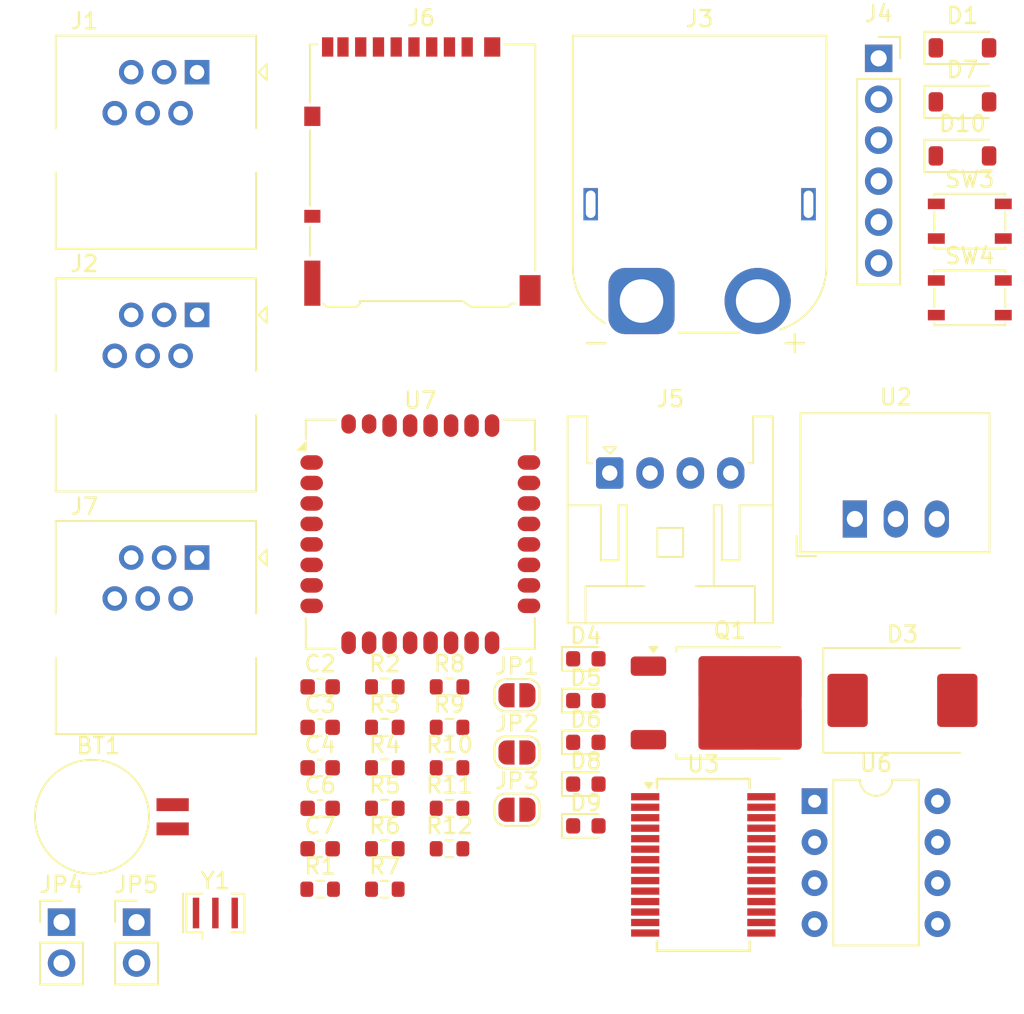
<source format=kicad_pcb>
(kicad_pcb (version 20240108) (generator "pcbnew") (generator_version "8.0")
  (layers (0 "F.Cu" signal) (31 "B.Cu" signal) (34 "B.Paste" user) (35 "F.Paste" user) (36 "B.SilkS" user "B.Silkscreen") (37 "F.SilkS" user "F.Silkscreen") (38 "B.Mask" user) (39 "F.Mask" user) (44 "Edge.Cuts" user))
  (net 0 "")
  (net 1 "Net-(BT1-+)")
  (net 2 "GND")
  (net 3 "+3V3")
  (net 4 "+5V")
  (net 5 "VSENS")
  (net 6 "+BATT")
  (net 7 "Net-(D3-A)")
  (net 8 "Net-(D3-K)")
  (net 9 "SCK")
  (net 10 "Net-(D4-K)")
  (net 11 "ERR")
  (net 12 "Net-(D5-K)")
  (net 13 "Net-(D6-K)")
  (net 14 "BAT")
  (net 15 "Net-(D7-K)")
  (net 16 "Net-(D8-K)")
  (net 17 "LED_IM920")
  (net 18 "Net-(D9-K)")
  (net 19 "CAN_L")
  (net 22 "CAN_H")
  (net 25 "PRG_TWE")
  (net 26 "TXD_TWE")
  (net 27 "RST_TWE")
  (net 28 "RXD_TWE")
  (net 29 "TX1")
  (net 30 "RX1")
  (net 33 "CS1")
  (net 35 "MISO")
  (net 38 "DET")
  (net 40 "MOSI")
  (net 43 "Net-(JP1-B)")
  (net 44 "Net-(JP2-B)")
  (net 45 "Net-(JP3-B)")
  (net 46 "TX0")
  (net 47 "RX0")
  (net 48 "Net-(Q1-G)")
  (net 49 "Net-(U3-~{RESET})")
  (net 50 "Net-(U4-RUN)")
  (net 51 "Net-(U8-REG)")
  (net 53 "Net-(U3-OSC1)")
  (net 54 "Net-(U3-RXD)")
  (net 58 "Net-(U3-TXD)")
  (net 59 "Net-(U3-OSC2)")
  (net 60 "INT")
  (net 61 "CS")
  (net 69 "SCL")
  (net 71 "SDA")
  (footprint "LED_SMD:LED_0603_1608Metric" (layer "F.Cu") (at 61.48 81.63)
    (property "Reference" "D8" (at 0 -1.43 0) (layer "F.SilkS"))
    (property "Value" "SPI")
    (pad "1" smd roundrect (at -0.7875 0) (size 0.875 0.95) (layers "F.Cu" "F.Paste" "F.Mask") (net 16 "Net-(D8-K)"))
    (pad "2" smd roundrect (at 0.7875 0) (size 0.875 0.95) (layers "F.Cu" "F.Paste" "F.Mask") (net 9 "SCK"))
  )
  (footprint "Jumper:SolderJumper-2_P1.3mm_Open_RoundedPad1.0x1.5mm" (layer "F.Cu") (at 57.21 79.67)
    (property "Reference" "JP2" (at 0 -1.8 0) (layer "F.SilkS"))
    (property "Value" "M1")
    (pad "1" smd custom (at -0.65 0) (size 1 0.5) (layers "F.Cu" "F.Mask") (net 2 "GND") (options (clearance outline) (anchor rect)) (primitives (gr_circle (center 0 0.25) (end 0.5 0.25) (width 0) (fill yes)) (gr_circle (center 0 -0.25) (end 0.5 -0.25) (width 0) (fill yes)) (gr_poly (pts (xy 0.5 0.75) (xy 0 0.75) (xy 0 -0.75) (xy 0.5 -0.75)) (width 0) (fill yes))))
    (pad "2" smd custom (at 0.65 0) (size 1 0.5) (layers "F.Cu" "F.Mask") (net 44 "Net-(JP2-B)") (options (clearance outline) (anchor rect)) (primitives (gr_circle (center 0 0.25) (end 0.5 0.25) (width 0) (fill yes)) (gr_circle (center 0 -0.25) (end 0.5 -0.25) (width 0) (fill yes)) (gr_poly (pts (xy 0 0.75) (xy -0.5 0.75) (xy -0.5 -0.75) (xy 0 -0.75)) (width 0) (fill yes))))
  )
  (footprint "LED_SMD:LED_0603_1608Metric" (layer "F.Cu") (at 61.48 79.04)
    (property "Reference" "D6" (at 0 -1.43 0) (layer "F.SilkS"))
    (property "Value" "BATT")
    (pad "1" smd roundrect (at -0.7875 0) (size 0.875 0.95) (layers "F.Cu" "F.Paste" "F.Mask") (net 13 "Net-(D6-K)"))
    (pad "2" smd roundrect (at 0.7875 0) (size 0.875 0.95) (layers "F.Cu" "F.Paste" "F.Mask") (net 14 "BAT"))
  )
  (footprint "Resistor_SMD:R_0603_1608Metric" (layer "F.Cu") (at 53.03 75.6)
    (property "Reference" "R8" (at 0 -1.43 0) (layer "F.SilkS"))
    (property "Value" "10k")
    (pad "1" smd roundrect (at -0.825 0) (size 0.8 0.95) (layers "F.Cu" "F.Paste" "F.Mask") (net 48 "Net-(Q1-G)"))
    (pad "2" smd roundrect (at 0.825 0) (size 0.8 0.95) (layers "F.Cu" "F.Paste" "F.Mask") (net 2 "GND"))
  )
  (footprint "Resistor_SMD:R_0603_1608Metric" (layer "F.Cu") (at 49.02 78.11)
    (property "Reference" "R3" (at 0 -1.43 0) (layer "F.SilkS"))
    (property "Value" "10k")
    (pad "1" smd roundrect (at -0.825 0) (size 0.8 0.95) (layers "F.Cu" "F.Paste" "F.Mask") (net 49 "Net-(U3-~{RESET})"))
    (pad "2" smd roundrect (at 0.825 0) (size 0.8 0.95) (layers "F.Cu" "F.Paste" "F.Mask") (net 3 "+3V3"))
  )
  (footprint "LED_SMD:LED_0603_1608Metric" (layer "F.Cu") (at 61.48 84.22)
    (property "Reference" "D9" (at 0 -1.43 0) (layer "F.SilkS"))
    (property "Value" "IM920")
    (pad "1" smd roundrect (at -0.7875 0) (size 0.875 0.95) (layers "F.Cu" "F.Paste" "F.Mask") (net 18 "Net-(D9-K)"))
    (pad "2" smd roundrect (at 0.7875 0) (size 0.875 0.95) (layers "F.Cu" "F.Paste" "F.Mask") (net 17 "LED_IM920"))
  )
  (footprint "Resistor_SMD:R_0603_1608Metric" (layer "F.Cu") (at 53.03 85.64)
    (property "Reference" "R12" (at 0 -1.43 0) (layer "F.SilkS"))
    (property "Value" "1k")
    (pad "1" smd roundrect (at -0.825 0) (size 0.8 0.95) (layers "F.Cu" "F.Paste" "F.Mask") (net 18 "Net-(D9-K)"))
    (pad "2" smd roundrect (at 0.825 0) (size 0.8 0.95) (layers "F.Cu" "F.Paste" "F.Mask") (net 2 "GND"))
  )
  (footprint "Capacitor_SMD:C_0603_1608Metric" (layer "F.Cu") (at 45.01 78.11)
    (property "Reference" "C3" (at 0 -1.43 0) (layer "F.SilkS"))
    (property "Value" "0.1u")
    (pad "1" smd roundrect (at -0.775 0) (size 0.9 0.95) (layers "F.Cu" "F.Paste" "F.Mask") (net 3 "+3V3"))
    (pad "2" smd roundrect (at 0.775 0) (size 0.9 0.95) (layers "F.Cu" "F.Paste" "F.Mask") (net 2 "GND"))
  )
  (footprint "Diode_SMD:D_SOD-123" (layer "F.Cu") (at 84.825 35.97)
    (property "Reference" "D1" (at 0 -2 0) (layer "F.SilkS"))
    (property "Value" "RB160M")
    (pad "1" smd roundrect (at -1.65 0) (size 0.9 1.2) (layers "F.Cu" "F.Paste" "F.Mask") (net 6 "+BATT"))
    (pad "2" smd roundrect (at 1.65 0) (size 0.9 1.2) (layers "F.Cu" "F.Paste" "F.Mask") (net 4 "+5V"))
  )
  (footprint "Connector_PinSocket_2.54mm:PinSocket_1x06_P2.54mm_Vertical" (layer "F.Cu") (at 79.63 36.62)
    (property "Reference" "J4" (at 0 -2.77 0) (layer "F.SilkS"))
    (property "Value" "PRG_TWE")
    (pad "1" thru_hole rect (at 0 0) (size 1.7 1.7) (drill 1) (layers "*.Cu" "*.Mask") (net 2 "GND"))
    (pad "2" thru_hole oval (at 0 2.54) (size 1.7 1.7) (drill 1) (layers "*.Cu" "*.Mask") (net 26 "TXD_TWE"))
    (pad "3" thru_hole oval (at 0 5.08) (size 1.7 1.7) (drill 1) (layers "*.Cu" "*.Mask") (net 25 "PRG_TWE"))
    (pad "4" thru_hole oval (at 0 7.62) (size 1.7 1.7) (drill 1) (layers "*.Cu" "*.Mask") (net 28 "RXD_TWE"))
    (pad "5" thru_hole oval (at 0 10.16) (size 1.7 1.7) (drill 1) (layers "*.Cu" "*.Mask") (net 27 "RST_TWE"))
    (pad "6" thru_hole oval (at 0 12.7) (size 1.7 1.7) (drill 1) (layers "*.Cu" "*.Mask") (net 3 "+3V3"))
  )
  (footprint "Resistor_SMD:R_0603_1608Metric" (layer "F.Cu") (at 49.02 88.15)
    (property "Reference" "R7" (at 0 -1.43 0) (layer "F.SilkS"))
    (property "Value" "1k")
    (pad "1" smd roundrect (at -0.825 0) (size 0.8 0.95) (layers "F.Cu" "F.Paste" "F.Mask") (net 13 "Net-(D6-K)"))
    (pad "2" smd roundrect (at 0.825 0) (size 0.8 0.95) (layers "F.Cu" "F.Paste" "F.Mask") (net 2 "GND"))
  )
  (footprint "Resistor_SMD:R_0603_1608Metric" (layer "F.Cu") (at 53.03 80.62)
    (property "Reference" "R10" (at 0 -1.43 0) (layer "F.SilkS"))
    (property "Value" "1k")
    (pad "1" smd roundrect (at -0.825 0) (size 0.8 0.95) (layers "F.Cu" "F.Paste" "F.Mask") (net 15 "Net-(D7-K)"))
    (pad "2" smd roundrect (at 0.825 0) (size 0.8 0.95) (layers "F.Cu" "F.Paste" "F.Mask") (net 1 "Net-(BT1-+)"))
  )
  (footprint "Jumper:SolderJumper-2_P1.3mm_Open_RoundedPad1.0x1.5mm" (layer "F.Cu") (at 57.21 83.22)
    (property "Reference" "JP3" (at 0 -1.8 0) (layer "F.SilkS"))
    (property "Value" "BPS")
    (pad "1" smd custom (at -0.65 0) (size 1 0.5) (layers "F.Cu" "F.Mask") (net 2 "GND") (options (clearance outline) (anchor rect)) (primitives (gr_circle (center 0 0.25) (end 0.5 0.25) (width 0) (fill yes)) (gr_circle (center 0 -0.25) (end 0.5 -0.25) (width 0) (fill yes)) (gr_poly (pts (xy 0.5 0.75) (xy 0 0.75) (xy 0 -0.75) (xy 0.5 -0.75)) (width 0) (fill yes))))
    (pad "2" smd custom (at 0.65 0) (size 1 0.5) (layers "F.Cu" "F.Mask") (net 45 "Net-(JP3-B)") (options (clearance outline) (anchor rect)) (primitives (gr_circle (center 0 0.25) (end 0.5 0.25) (width 0) (fill yes)) (gr_circle (center 0 -0.25) (end 0.5 -0.25) (width 0) (fill yes)) (gr_poly (pts (xy 0 0.75) (xy -0.5 0.75) (xy -0.5 -0.75) (xy 0 -0.75)) (width 0) (fill yes))))
  )
  (footprint "Diode_SMD:D_SOD-123" (layer "F.Cu") (at 84.825 39.32)
    (property "Reference" "D7" (at 0 -2 0) (layer "F.SilkS"))
    (property "Value" "RB160M")
    (pad "1" smd roundrect (at -1.65 0) (size 0.9 1.2) (layers "F.Cu" "F.Paste" "F.Mask") (net 15 "Net-(D7-K)"))
    (pad "2" smd roundrect (at 1.65 0) (size 0.9 1.2) (layers "F.Cu" "F.Paste" "F.Mask") (net 3 "+3V3"))
  )
  (footprint "Resistor_SMD:R_0603_1608Metric" (layer "F.Cu") (at 49.02 75.6)
    (property "Reference" "R2" (at 0 -1.43 0) (layer "F.SilkS"))
    (property "Value" "1k")
    (pad "1" smd roundrect (at -0.825 0) (size 0.8 0.95) (layers "F.Cu" "F.Paste" "F.Mask") (net 5 "VSENS"))
    (pad "2" smd roundrect (at 0.825 0) (size 0.8 0.95) (layers "F.Cu" "F.Paste" "F.Mask") (net 2 "GND"))
  )
  (footprint "Capacitor_SMD:C_0603_1608Metric" (layer "F.Cu") (at 45.01 80.62)
    (property "Reference" "C4" (at 0 -1.43 0) (layer "F.SilkS"))
    (property "Value" "0.1u")
    (pad "1" smd roundrect (at -0.775 0) (size 0.9 0.95) (layers "F.Cu" "F.Paste" "F.Mask") (net 4 "+5V"))
    (pad "2" smd roundrect (at 0.775 0) (size 0.9 0.95) (layers "F.Cu" "F.Paste" "F.Mask") (net 2 "GND"))
  )
  (footprint "LED_SMD:LED_0603_1608Metric" (layer "F.Cu") (at 61.48 73.86)
    (property "Reference" "D4" (at 0 -1.43 0) (layer "F.SilkS"))
    (property "Value" "SCK")
    (pad "1" smd roundrect (at -0.7875 0) (size 0.875 0.95) (layers "F.Cu" "F.Paste" "F.Mask") (net 10 "Net-(D4-K)"))
    (pad "2" smd roundrect (at 0.7875 0) (size 0.875 0.95) (layers "F.Cu" "F.Paste" "F.Mask") (net 9 "SCK"))
  )
  (footprint "Connector_JST:JST_XA_S04B-XASK-1_1x04_P2.50mm_Horizontal" (layer "F.Cu") (at 62.96 62.34)
    (property "Reference" "J5" (at 3.75 -4.6 0) (layer "F.SilkS"))
    (property "Value" "GPS_DFROBOT_TEL-0157")
    (pad "" np_thru_hole oval (at 3.75 6.5) (size 2.8 2) (drill oval 2.8 2) (layers "*.Cu" "*.Mask"))
    (pad "1" thru_hole roundrect (at 0 0) (size 1.7 1.95) (drill 0.95) (layers "*.Cu" "*.Mask") (roundrect_rratio 0.147059) (net 4 "+5V"))
    (pad "2" thru_hole oval (at 2.5 0) (size 1.7 1.95) (drill 0.95) (layers "*.Cu" "*.Mask") (net 2 "GND"))
    (pad "3" thru_hole oval (at 5 0) (size 1.7 1.95) (drill 0.95) (layers "*.Cu" "*.Mask") (net 29 "TX1"))
    (pad "4" thru_hole oval (at 7.5 0) (size 1.7 1.95) (drill 0.95) (layers "*.Cu" "*.Mask") (net 30 "RX1"))
  )
  (footprint "Connector_Card:microSD_HC_Hirose_DM3AT-SF-PEJM5" (layer "F.Cu") (at 51.35 43.64)
    (property "Reference" "J6" (at -0.075 -9.525 0) (layer "F.SilkS"))
    (property "Value" "Micro_SD_Card_Det_Hirose_DM3AT")
    (pad "1" smd rect (at 2.775 -7.725) (size 0.7 1.2) (layers "F.Cu" "F.Paste" "F.Mask"))
    (pad "2" smd rect (at 1.675 -7.725) (size 0.7 1.2) (layers "F.Cu" "F.Paste" "F.Mask") (net 33 "CS1"))
    (pad "3" smd rect (at 0.575 -7.725) (size 0.7 1.2) (layers "F.Cu" "F.Paste" "F.Mask") (net 40 "MOSI"))
    (pad "4" smd rect (at -0.525 -7.725) (size 0.7 1.2) (layers "F.Cu" "F.Paste" "F.Mask") (net 3 "+3V3"))
    (pad "5" smd rect (at -1.625 -7.725) (size 0.7 1.2) (layers "F.Cu" "F.Paste" "F.Mask") (net 9 "SCK"))
    (pad "6" smd rect (at -2.725 -7.725) (size 0.7 1.2) (layers "F.Cu" "F.Paste" "F.Mask") (net 2 "GND"))
    (pad "7" smd rect (at -3.825 -7.725) (size 0.7 1.2) (layers "F.Cu" "F.Paste" "F.Mask") (net 35 "MISO"))
    (pad "8" smd rect (at -4.925 -7.725) (size 0.7 1.2) (layers "F.Cu" "F.Paste" "F.Mask"))
    (pad "9" smd rect (at -5.875 -7.725) (size 0.7 1.2) (layers "F.Cu" "F.Paste" "F.Mask") (net 38 "DET"))
    (pad "10" smd rect (at -6.825 2.775) (size 1 0.8) (layers "F.Cu" "F.Paste" "F.Mask") (net 2 "GND"))
    (pad "11" smd rect (at -6.825 -3.425) (size 1 1.2) (layers "F.Cu" "F.Paste" "F.Mask"))
    (pad "11" smd rect (at -6.825 6.925) (size 1 2.8) (layers "F.Cu" "F.Paste" "F.Mask"))
    (pad "11" smd rect (at 4.325 -7.725) (size 1 1.2) (layers "F.Cu" "F.Paste" "F.Mask"))
    (pad "11" smd rect (at 6.675 7.375) (size 1.3 1.9) (layers "F.Cu" "F.Paste" "F.Mask"))
  )
  (footprint "Diode_SMD:D_SOD-123" (layer "F.Cu") (at 84.825 42.67)
    (property "Reference" "D10" (at 0 -2 0) (layer "F.SilkS"))
    (property "Value" "RB160M")
    (pad "1" smd roundrect (at -1.65 0) (size 0.9 1.2) (layers "F.Cu" "F.Paste" "F.Mask") (net 3 "+3V3"))
    (pad "2" smd roundrect (at 1.65 0) (size 0.9 1.2) (layers "F.Cu" "F.Paste" "F.Mask") (net 5 "VSENS"))
  )
  (footprint "Connector_PinHeader_2.54mm:PinHeader_1x02_P2.54mm_Vertical" (layer "F.Cu") (at 28.98 90.19)
    (property "Reference" "JP4" (at 0 -2.33 0) (layer "F.SilkS"))
    (property "Value" "TX")
    (pad "1" thru_hole rect (at 0 0) (size 1.7 1.7) (drill 1) (layers "*.Cu" "*.Mask") (net 46 "TX0"))
    (pad "2" thru_hole oval (at 0 2.54) (size 1.7 1.7) (drill 1) (layers "*.Cu" "*.Mask") (net 28 "RXD_TWE"))
  )
  (footprint "RF_Module:MonoWireless_TWE-L-WX" (layer "F.Cu") (at 51.22 66.13)
    (property "Reference" "U7" (at 0 -8.3 0) (layer "F.SilkS"))
    (property "Value" "TWE-L-WX")
    (pad "" np_thru_hole oval (at -3.7 -3.9 315) (size 4.3 3.1) (drill oval 4.3 3.1) (layers "*.Cu" "*.Mask"))
    (pad "1" smd oval (at -6.735 -4.445 90) (size 0.9 1.4) (layers "F.Cu" "F.Paste" "F.Mask"))
    (pad "2" smd oval (at -6.735 -3.175 90) (size 0.9 1.4) (layers "F.Cu" "F.Paste" "F.Mask") (net 25 "PRG_TWE"))
    (pad "3" smd oval (at -6.735 -1.905 90) (size 0.9 1.4) (layers "F.Cu" "F.Paste" "F.Mask"))
    (pad "4" smd oval (at -6.735 -0.635 90) (size 0.9 1.4) (layers "F.Cu" "F.Paste" "F.Mask"))
    (pad "5" smd oval (at -6.735 0.635 90) (size 0.9 1.4) (layers "F.Cu" "F.Paste" "F.Mask") (net 3 "+3V3"))
    (pad "6" smd oval (at -6.735 1.905 90) (size 0.9 1.4) (layers "F.Cu" "F.Paste" "F.Mask"))
    (pad "7" smd oval (at -6.735 3.175 90) (size 0.9 1.4) (layers "F.Cu" "F.Paste" "F.Mask"))
    (pad "8" smd oval (at -6.735 4.445 90) (size 0.9 1.4) (layers "F.Cu" "F.Paste" "F.Mask") (net 26 "TXD_TWE"))
    (pad "9" smd oval (at -4.445 6.735) (size 0.9 1.4) (layers "F.Cu" "F.Paste" "F.Mask") (net 28 "RXD_TWE"))
    (pad "10" smd oval (at -3.175 6.735) (size 0.9 1.4) (layers "F.Cu" "F.Paste" "F.Mask"))
    (pad "11" smd oval (at -1.905 6.735) (size 0.9 1.4) (layers "F.Cu" "F.Paste" "F.Mask"))
    (pad "12" smd oval (at -0.635 6.735) (size 0.9 1.4) (layers "F.Cu" "F.Paste" "F.Mask") (net 44 "Net-(JP2-B)"))
    (pad "13" smd oval (at 0.635 6.735) (size 0.9 1.4) (layers "F.Cu" "F.Paste" "F.Mask"))
    (pad "14" smd oval (at 1.905 6.735) (size 0.9 1.4) (layers "F.Cu" "F.Paste" "F.Mask"))
    (pad "15" smd oval (at 3.175 6.735) (size 0.9 1.4) (layers "F.Cu" "F.Paste" "F.Mask"))
    (pad "16" smd oval (at 4.445 6.735) (size 0.9 1.4) (layers "F.Cu" "F.Paste" "F.Mask"))
    (pad "17" smd oval (at 6.735 4.445 90) (size 0.9 1.4) (layers "F.Cu" "F.Paste" "F.Mask"))
    (pad "18" smd oval (at 6.735 3.175 90) (size 0.9 1.4) (layers "F.Cu" "F.Paste" "F.Mask"))
    (pad "19" smd oval (at 6.735 1.905 90) (size 0.9 1.4) (layers "F.Cu" "F.Paste" "F.Mask") (net 45 "Net-(JP3-B)"))
    (pad "20" smd oval (at 6.735 0.635 90) (size 0.9 1.4) (layers "F.Cu" "F.Paste" "F.Mask") (net 2 "GND"))
    (pad "21" smd oval (at 6.735 -0.635 90) (size 0.9 1.4) (layers "F.Cu" "F.Paste" "F.Mask") (net 27 "RST_TWE"))
    (pad "22" smd oval (at 6.735 -1.905 90) (size 0.9 1.4) (layers "F.Cu" "F.Paste" "F.Mask") (net 3 "+3V3"))
    (pad "23" smd oval (at 6.735 -3.175 90) (size 0.9 1.4) (layers "F.Cu" "F.Paste" "F.Mask") (net 3 "+3V3"))
    (pad "24" smd oval (at 6.735 -4.445 90) (size 0.9 1.4) (layers "F.Cu" "F.Paste" "F.Mask") (net 3 "+3V3"))
    (pad "25" smd oval (at 4.445 -6.735) (size 0.9 1.4) (layers "F.Cu" "F.Paste" "F.Mask") (net 3 "+3V3"))
    (pad "26" smd oval (at 3.175 -6.735) (size 0.9 1.4) (layers "F.Cu" "F.Paste" "F.Mask"))
    (pad "27" smd oval (at 1.905 -6.735) (size 0.9 1.4) (layers "F.Cu" "F.Paste" "F.Mask"))
    (pad "28" smd oval (at 0.635 -6.735) (size 0.9 1.4) (layers "F.Cu" "F.Paste" "F.Mask") (net 2 "GND"))
    (pad "29" smd oval (at -0.635 -6.735) (size 0.9 1.4) (layers "F.Cu" "F.Paste" "F.Mask"))
    (pad "30" smd oval (at -1.905 -6.735) (size 0.9 1.4) (layers "F.Cu" "F.Paste" "F.Mask") (net 2 "GND"))
    (pad "31" smd oval (at -3.175 -6.835) (size 0.9 1.2) (layers "F.Cu" "F.Paste" "F.Mask") (net 2 "GND"))
    (pad "32" smd oval (at -4.445 -6.835) (size 0.9 1.2) (layers "F.Cu" "F.Paste" "F.Mask") (net 2 "GND"))
  )
  (footprint "Jumper:SolderJumper-2_P1.3mm_Open_RoundedPad1.0x1.5mm" (layer "F.Cu") (at 57.21 76.12)
    (property "Reference" "JP1" (at 0 -1.8 0) (layer "F.SilkS"))
    (property "Value" "Terminate")
    (pad "1" smd custom (at -0.65 0) (size 1 0.5) (layers "F.Cu" "F.Mask") (net 19 "CAN_L") (options (clearance outline) (anchor rect)) (primitives (gr_circle (center 0 0.25) (end 0.5 0.25) (width 0) (fill yes)) (gr_circle (center 0 -0.25) (end 0.5 -0.25) (width 0) (fill yes)) (gr_poly (pts (xy 0.5 0.75) (xy 0 0.75) (xy 0 -0.75) (xy 0.5 -0.75)) (width 0) (fill yes))))
    (pad "2" smd custom (at 0.65 0) (size 1 0.5) (layers "F.Cu" "F.Mask") (net 43 "Net-(JP1-B)") (options (clearance outline) (anchor rect)) (primitives (gr_circle (center 0 0.25) (end 0.5 0.25) (width 0) (fill yes)) (gr_circle (center 0 -0.25) (end 0.5 -0.25) (width 0) (fill yes)) (gr_poly (pts (xy 0 0.75) (xy -0.5 0.75) (xy -0.5 -0.75) (xy 0 -0.75)) (width 0) (fill yes))))
  )
  (footprint "Button_Switch_SMD:SW_SPST_PTS810" (layer "F.Cu") (at 85.28 46.72)
    (property "Reference" "SW3" (at 0 -2.6 0) (layer "F.SilkS"))
    (property "Value" "SW_Push")
    (pad "1" smd rect (at -2.075 -1.075) (size 1.05 0.65) (layers "F.Cu" "F.Paste" "F.Mask") (net 50 "Net-(U4-RUN)"))
    (pad "1" smd rect (at 2.075 -1.075) (size 1.05 0.65) (layers "F.Cu" "F.Paste" "F.Mask") (net 50 "Net-(U4-RUN)"))
    (pad "2" smd rect (at -2.075 1.075) (size 1.05 0.65) (layers "F.Cu" "F.Paste" "F.Mask") (net 2 "GND"))
    (pad "2" smd rect (at 2.075 1.075) (size 1.05 0.65) (layers "F.Cu" "F.Paste" "F.Mask") (net 2 "GND"))
  )
  (footprint "Capacitor_SMD:C_0603_1608Metric" (layer "F.Cu") (at 45.01 83.13)
    (property "Reference" "C6" (at 0 -1.43 0) (layer "F.SilkS"))
    (property "Value" "0.1u")
    (pad "1" smd roundrect (at -0.775 0) (size 0.9 0.95) (layers "F.Cu" "F.Paste" "F.Mask") (net 2 "GND"))
    (pad "2" smd roundrect (at 0.775 0) (size 0.9 0.95) (layers "F.Cu" "F.Paste" "F.Mask") (net 3 "+3V3"))
  )
  (footprint "Capacitor_SMD:C_0603_1608Metric" (layer "F.Cu") (at 45.01 85.64)
    (property "Reference" "C7" (at 0 -1.43 0) (layer "F.SilkS"))
    (property "Value" "0.1u")
    (pad "1" smd roundrect (at -0.775 0) (size 0.9 0.95) (layers "F.Cu" "F.Paste" "F.Mask") (net 5 "VSENS"))
    (pad "2" smd roundrect (at 0.775 0) (size 0.9 0.95) (layers "F.Cu" "F.Paste" "F.Mask") (net 2 "GND"))
  )
  (footprint "Package_SO:SSOP-28_5.3x10.2mm_P0.65mm" (layer "F.Cu") (at 68.76 86.64)
    (property "Reference" "U3" (at 0 -6.25 0) (layer "F.SilkS"))
    (property "Value" "MCP25625-x-SS")
    (pad "1" smd rect (at -3.6 -4.225) (size 1.75 0.45) (layers "F.Cu" "F.Paste" "F.Mask") (net 3 "+3V3"))
    (pad "2" smd rect (at -3.6 -3.575) (size 1.75 0.45) (layers "F.Cu" "F.Paste" "F.Mask"))
    (pad "3" smd rect (at -3.6 -2.925) (size 1.75 0.45) (layers "F.Cu" "F.Paste" "F.Mask") (net 19 "CAN_L"))
    (pad "4" smd rect (at -3.6 -2.275) (size 1.75 0.45) (layers "F.Cu" "F.Paste" "F.Mask") (net 22 "CAN_H"))
    (pad "5" smd rect (at -3.6 -1.625) (size 1.75 0.45) (layers "F.Cu" "F.Paste" "F.Mask") (net 2 "GND"))
    (pad "6" smd rect (at -3.6 -0.975) (size 1.75 0.45) (layers "F.Cu" "F.Paste" "F.Mask"))
    (pad "7" smd rect (at -3.6 -0.325) (size 1.75 0.45) (layers "F.Cu" "F.Paste" "F.Mask"))
    (pad "8" smd rect (at -3.6 0.325) (size 1.75 0.45) (layers "F.Cu" "F.Paste" "F.Mask") (net 59 "Net-(U3-OSC2)"))
    (pad "9" smd rect (at -3.6 0.975) (size 1.75 0.45) (layers "F.Cu" "F.Paste" "F.Mask") (net 53 "Net-(U3-OSC1)"))
    (pad "10" smd rect (at -3.6 1.625) (size 1.75 0.45) (layers "F.Cu" "F.Paste" "F.Mask") (net 2 "GND"))
    (pad "11" smd rect (at -3.6 2.275) (size 1.75 0.45) (layers "F.Cu" "F.Paste" "F.Mask"))
    (pad "12" smd rect (at -3.6 2.925) (size 1.75 0.45) (layers "F.Cu" "F.Paste" "F.Mask"))
    (pad "13" smd rect (at -3.6 3.575) (size 1.75 0.45) (layers "F.Cu" "F.Paste" "F.Mask") (net 60 "INT"))
    (pad "14" smd rect (at -3.6 4.225) (size 1.75 0.45) (layers "F.Cu" "F.Paste" "F.Mask") (net 9 "SCK"))
    (pad "15" smd rect (at 3.6 4.225) (size 1.75 0.45) (layers "F.Cu" "F.Paste" "F.Mask") (net 40 "MOSI"))
    (pad "16" smd rect (at 3.6 3.575) (size 1.75 0.45) (layers "F.Cu" "F.Paste" "F.Mask") (net 35 "MISO"))
    (pad "17" smd rect (at 3.6 2.925) (size 1.75 0.45) (layers "F.Cu" "F.Paste" "F.Mask") (net 61 "CS"))
    (pad "18" smd rect (at 3.6 2.275) (size 1.75 0.45) (layers "F.Cu" "F.Paste" "F.Mask") (net 49 "Net-(U3-~{RESET})"))
    (pad "19" smd rect (at 3.6 1.625) (size 1.75 0.45) (layers "F.Cu" "F.Paste" "F.Mask") (net 3 "+3V3"))
    (pad "20" smd rect (at 3.6 0.975) (size 1.75 0.45) (layers "F.Cu" "F.Paste" "F.Mask") (net 58 "Net-(U3-TXD)"))
    (pad "21" smd rect (at 3.6 0.325) (size 1.75 0.45) (layers "F.Cu" "F.Paste" "F.Mask") (net 54 "Net-(U3-RXD)"))
    (pad "22" smd rect (at 3.6 -0.325) (size 1.75 0.45) (layers "F.Cu" "F.Paste" "F.Mask"))
    (pad "23" smd rect (at 3.6 -0.975) (size 1.75 0.45) (layers "F.Cu" "F.Paste" "F.Mask"))
    (pad "24" smd rect (at 3.6 -1.625) (size 1.75 0.45) (layers "F.Cu" "F.Paste" "F.Mask") (net 58 "Net-(U3-TXD)"))
    (pad "25" smd rect (at 3.6 -2.275) (size 1.75 0.45) (layers "F.Cu" "F.Paste" "F.Mask"))
    (pad "26" smd rect (at 3.6 -2.925) (size 1.75 0.45) (layers "F.Cu" "F.Paste" "F.Mask"))
    (pad "27" smd rect (at 3.6 -3.575) (size 1.75 0.45) (layers "F.Cu" "F.Paste" "F.Mask") (net 4 "+5V"))
    (pad "28" smd rect (at 3.6 -4.225) (size 1.75 0.45) (layers "F.Cu" "F.Paste" "F.Mask") (net 54 "Net-(U3-RXD)"))
  )
  (footprint "LED_SMD:LED_0603_1608Metric" (layer "F.Cu") (at 61.48 76.45)
    (property "Reference" "D5" (at 0 -1.43 0) (layer "F.SilkS"))
    (property "Value" "ERR")
    (pad "1" smd roundrect (at -0.7875 0) (size 0.875 0.95) (layers "F.Cu" "F.Paste" "F.Mask") (net 12 "Net-(D5-K)"))
    (pad "2" smd roundrect (at 0.7875 0) (size 0.875 0.95) (layers "F.Cu" "F.Paste" "F.Mask") (net 11 "ERR"))
  )
  (footprint "Button_Switch_SMD:SW_SPST_PTS810" (layer "F.Cu") (at 85.28 51.47)
    (property "Reference" "SW4" (at 0 -2.6 0) (layer "F.SilkS"))
    (property "Value" "REG")
    (pad "1" smd rect (at -2.075 -1.075) (size 1.05 0.65) (layers "F.Cu" "F.Paste" "F.Mask") (net 51 "Net-(U8-REG)"))
    (pad "1" smd rect (at 2.075 -1.075) (size 1.05 0.65) (layers "F.Cu" "F.Paste" "F.Mask") (net 51 "Net-(U8-REG)"))
    (pad "2" smd rect (at -2.075 1.075) (size 1.05 0.65) (layers "F.Cu" "F.Paste" "F.Mask") (net 2 "GND"))
    (pad "2" smd rect (at 2.075 1.075) (size 1.05 0.65) (layers "F.Cu" "F.Paste" "F.Mask") (net 2 "GND"))
  )
  (footprint "Resistor_SMD:R_0603_1608Metric" (layer "F.Cu") (at 53.03 83.13)
    (property "Reference" "R11" (at 0 -1.43 0) (layer "F.SilkS"))
    (property "Value" "1k")
    (pad "1" smd roundrect (at -0.825 0) (size 0.8 0.95) (layers "F.Cu" "F.Paste" "F.Mask") (net 16 "Net-(D8-K)"))
    (pad "2" smd roundrect (at 0.825 0) (size 0.8 0.95) (layers "F.Cu" "F.Paste" "F.Mask") (net 2 "GND"))
  )
  (footprint "Crystal:Resonator_SMD_Murata_CSTxExxV-3Pin_3.0x1.1mm" (layer "F.Cu") (at 38.515 89.625)
    (property "Reference" "Y1" (at 0 -2 0) (layer "F.SilkS"))
    (property "Value" "16MHz")
    (pad "1" smd rect (at -1.2 0) (size 0.4 1.9) (layers "F.Cu" "F.Paste" "F.Mask") (net 53 "Net-(U3-OSC1)"))
    (pad "2" smd rect (at 0 0) (size 0.4 1.9) (layers "F.Cu" "F.Paste" "F.Mask") (net 2 "GND"))
    (pad "3" smd rect (at 1.2 0) (size 0.4 1.9) (layers "F.Cu" "F.Paste" "F.Mask") (net 59 "Net-(U3-OSC2)"))
  )
  (footprint "Battery:BatteryHolder_Seiko_MS621F" (layer "F.Cu") (at 35.866204 83.656204)
    (property "Reference" "BT1" (at -4.6 -4.4 0) (layer "F.SilkS"))
    (property "Value" "MS621FE FL11E")
    (pad "1" smd rect (at 0 -0.75) (size 2 0.8) (layers "F.Cu" "F.Paste" "F.Mask") (net 1 "Net-(BT1-+)"))
    (pad "2" smd rect (at 0 0.75) (size 2 0.8) (layers "F.Cu" "F.Paste" "F.Mask") (net 2 "GND"))
  )
  (footprint "Resistor_SMD:R_0603_1608Metric" (layer "F.Cu") (at 49.02 85.64)
    (property "Reference" "R6" (at 0 -1.43 0) (layer "F.SilkS"))
    (property "Value" "1k")
    (pad "1" smd roundrect (at -0.825 0) (size 0.8 0.95) (layers "F.Cu" "F.Paste" "F.Mask") (net 12 "Net-(D5-K)"))
    (pad "2" smd roundrect (at 0.825 0) (size 0.8 0.95) (layers "F.Cu" "F.Paste" "F.Mask") (net 2 "GND"))
  )
  (footprint "Resistor_SMD:R_0603_1608Metric" (layer "F.Cu") (at 53.03 78.11)
    (property "Reference" "R9" (at 0 -1.43 0) (layer "F.SilkS"))
    (property "Value" "120")
    (pad "1" smd roundrect (at -0.825 0) (size 0.8 0.95) (layers "F.Cu" "F.Paste" "F.Mask") (net 22 "CAN_H"))
    (pad "2" smd roundrect (at 0.825 0) (size 0.8 0.95) (layers "F.Cu" "F.Paste" "F.Mask") (net 43 "Net-(JP1-B)"))
  )
  (footprint "Connector_RJ:RJ25_Wayconn_MJEA-660X1_Horizontal" (layer "F.Cu") (at 37.38 67.58)
    (property "Reference" "J7" (at -6.985 -3.175 0) (layer "F.SilkS"))
    (property "Value" "RJ25")
    (pad "" np_thru_hole circle (at -8.55 4.84) (size 2.3 2.3) (drill 2.3) (layers "*.Cu" "*.Mask"))
    (pad "" np_thru_hole circle (at 3.45 4.84) (size 2.3 2.3) (drill 2.3) (layers "*.Cu" "*.Mask"))
    (pad "1" thru_hole rect (at 0 0) (size 1.52 1.52) (drill 0.9) (layers "*.Cu" "*.Mask"))
    (pad "2" thru_hole circle (at -1.02 2.54) (size 1.52 1.52) (drill 0.9) (layers "*.Cu" "*.Mask") (net 2 "GND"))
    (pad "3" thru_hole circle (at -2.04 0) (size 1.52 1.52) (drill 0.9) (layers "*.Cu" "*.Mask") (net 19 "CAN_L"))
    (pad "4" thru_hole circle (at -3.06 2.54) (size 1.52 1.52) (drill 0.9) (layers "*.Cu" "*.Mask") (net 22 "CAN_H"))
    (pad "5" thru_hole circle (at -4.08 0) (size 1.52 1.52) (drill 0.9) (layers "*.Cu" "*.Mask") (net 6 "+BATT"))
    (pad "6" thru_hole circle (at -5.1 2.54) (size 1.52 1.52) (drill 0.9) (layers "*.Cu" "*.Mask"))
  )
  (footprint "Resistor_SMD:R_0603_1608Metric" (layer "F.Cu") (at 45.01 88.15)
    (property "Reference" "R1" (at 0 -1.43 0) (layer "F.SilkS"))
    (property "Value" "10k")
    (pad "1" smd roundrect (at -0.825 0) (size 0.8 0.95) (layers "F.Cu" "F.Paste" "F.Mask") (net 6 "+BATT"))
    (pad "2" smd roundrect (at 0.825 0) (size 0.8 0.95) (layers "F.Cu" "F.Paste" "F.Mask") (net 5 "VSENS"))
  )
  (footprint "Resistor_SMD:R_0603_1608Metric" (layer "F.Cu") (at 49.02 80.62)
    (property "Reference" "R4" (at 0 -1.43 0) (layer "F.SilkS"))
    (property "Value" "20k")
    (pad "1" smd roundrect (at -0.825 0) (size 0.8 0.95) (layers "F.Cu" "F.Paste" "F.Mask") (net 8 "Net-(D3-K)"))
    (pad "2" smd roundrect (at 0.825 0) (size 0.8 0.95) (layers "F.Cu" "F.Paste" "F.Mask") (net 48 "Net-(Q1-G)"))
  )
  (footprint "Diode_SMD:D_SMC" (layer "F.Cu") (at 81.105 76.44)
    (property "Reference" "D3" (at 0 -4.1 0) (layer "F.SilkS"))
    (property "Value" "SK54")
    (pad "1" smd roundrect (at -3.4 0 90) (size 3.3 2.5) (layers "F.Cu" "F.Paste" "F.Mask") (roundrect_rratio 0.1) (net 8 "Net-(D3-K)"))
    (pad "2" smd roundrect (at 3.4 0 90) (size 3.3 2.5) (layers "F.Cu" "F.Paste" "F.Mask") (roundrect_rratio 0.1) (net 7 "Net-(D3-A)"))
  )
  (footprint "Connector_PinHeader_2.54mm:PinHeader_1x02_P2.54mm_Vertical" (layer "F.Cu") (at 33.63 90.19)
    (property "Reference" "JP5" (at 0 -2.33 0) (layer "F.SilkS"))
    (property "Value" "RX")
    (pad "1" thru_hole rect (at 0 0) (size 1.7 1.7) (drill 1) (layers "*.Cu" "*.Mask") (net 47 "RX0"))
    (pad "2" thru_hole oval (at 0 2.54) (size 1.7 1.7) (drill 1) (layers "*.Cu" "*.Mask") (net 26 "TXD_TWE"))
  )
  (footprint "Connector_RJ:RJ25_Wayconn_MJEA-660X1_Horizontal" (layer "F.Cu") (at 37.38 37.48)
    (property "Reference" "J1" (at -6.985 -3.175 0) (layer "F.SilkS"))
    (property "Value" "RJ25")
    (pad "" np_thru_hole circle (at -8.55 4.84) (size 2.3 2.3) (drill 2.3) (layers "*.Cu" "*.Mask"))
    (pad "" np_thru_hole circle (at 3.45 4.84) (size 2.3 2.3) (drill 2.3) (layers "*.Cu" "*.Mask"))
    (pad "1" thru_hole rect (at 0 0) (size 1.52 1.52) (drill 0.9) (layers "*.Cu" "*.Mask"))
    (pad "2" thru_hole circle (at -1.02 2.54) (size 1.52 1.52) (drill 0.9) (layers "*.Cu" "*.Mask") (net 2 "GND"))
    (pad "3" thru_hole circle (at -2.04 0) (size 1.52 1.52) (drill 0.9) (layers "*.Cu" "*.Mask") (net 19 "CAN_L"))
    (pad "4" thru_hole circle (at -3.06 2.54) (size 1.52 1.52) (drill 0.9) (layers "*.Cu" "*.Mask") (net 22 "CAN_H"))
    (pad "5" thru_hole circle (at -4.08 0) (size 1.52 1.52) (drill 0.9) (layers "*.Cu" "*.Mask") (net 6 "+BATT"))
    (pad "6" thru_hole circle (at -5.1 2.54) (size 1.52 1.52) (drill 0.9) (layers "*.Cu" "*.Mask"))
  )
  (footprint "Connector_AMASS:AMASS_XT60PW-M_1x02_P7.20mm_Horizontal" (layer "F.Cu") (at 64.93 51.67)
    (property "Reference" "J3" (at 3.6 -17.5 0) (layer "F.SilkS"))
    (property "Value" "BATT_CON")
    (fp_text user "+" (at 9.5 2.5 0) (layer "F.SilkS") (effects (font (size 1.5 1.5))))
    (fp_text user "-" (at -2.8 2.5 0) (layer "F.SilkS") (effects (font (size 1.5 1.5))))
    (pad "" thru_hole rect (at -3.15 -6) (size 0.9 2) (drill oval 0.6 1.7) (layers "*.Cu" "*.Mask"))
    (pad "" thru_hole rect (at 10.35 -6) (size 0.9 2) (drill oval 0.6 1.7) (layers "*.Cu" "*.Mask"))
    (pad "1" thru_hole roundrect (at 0 0) (size 4.1 4.1) (drill 2.7) (layers "*.Cu" "*.Mask") (net 2 "GND"))
    (pad "2" thru_hole circle (at 7.2 0) (size 4.1 4.1) (drill 2.7) (layers "*.Cu" "*.Mask") (net 7 "Net-(D3-A)"))
  )
  (footprint "Package_DIP:DIP-8_W7.62mm" (layer "F.Cu") (at 75.66 82.69)
    (property "Reference" "U6" (at 3.81 -2.33 0) (layer "F.SilkS"))
    (property "Value" "RX8900_mod")
    (pad "1" thru_hole rect (at 0 0) (size 1.6 1.6) (drill 0.8) (layers "*.Cu" "*.Mask"))
    (pad "2" thru_hole oval (at 0 2.54) (size 1.6 1.6) (drill 0.8) (layers "*.Cu" "*.Mask"))
    (pad "3" thru_hole oval (at 0 5.08) (size 1.6 1.6) (drill 0.8) (layers "*.Cu" "*.Mask"))
    (pad "4" thru_hole oval (at 0 7.62) (size 1.6 1.6) (drill 0.8) (layers "*.Cu" "*.Mask") (net 2 "GND"))
    (pad "5" thru_hole oval (at 7.62 7.62) (size 1.6 1.6) (drill 0.8) (layers "*.Cu" "*.Mask") (net 71 "SDA"))
    (pad "6" thru_hole oval (at 7.62 5.08) (size 1.6 1.6) (drill 0.8) (layers "*.Cu" "*.Mask") (net 69 "SCL"))
    (pad "7" thru_hole oval (at 7.62 2.54) (size 1.6 1.6) (drill 0.8) (layers "*.Cu" "*.Mask") (net 1 "Net-(BT1-+)"))
    (pad "8" thru_hole oval (at 7.62 0) (size 1.6 1.6) (drill 0.8) (layers "*.Cu" "*.Mask") (net 3 "+3V3"))
  )
  (footprint "Converter_DCDC:Converter_DCDC_RECOM_R-78E-0.5_THT" (layer "F.Cu") (at 78.156 65.19)
    (property "Reference" "U2" (at 2.54 -7.56 0) (layer "F.SilkS"))
    (property "Value" "R-78E5.0-0.5")
    (pad "1" thru_hole rect (at 0 0) (size 1.5 2.3) (drill 1) (layers "*.Cu" "*.Mask") (net 6 "+BATT"))
    (pad "2" thru_hole oval (at 2.54 0) (size 1.5 2.3) (drill 1) (layers "*.Cu" "*.Mask") (net 2 "GND"))
    (pad "3" thru_hole oval (at 5.08 0) (size 1.5 2.3) (drill 1) (layers "*.Cu" "*.Mask") (net 4 "+5V"))
  )
  (footprint "Capacitor_SMD:C_0603_1608Metric" (layer "F.Cu") (at 45.01 75.6)
    (property "Reference" "C2" (at 0 -1.43 0) (layer "F.SilkS"))
    (property "Value" "0.1u")
    (pad "1" smd roundrect (at -0.775 0) (size 0.9 0.95) (layers "F.Cu" "F.Paste" "F.Mask") (net 2 "GND"))
    (pad "2" smd roundrect (at 0.775 0) (size 0.9 0.95) (layers "F.Cu" "F.Paste" "F.Mask") (net 3 "+3V3"))
  )
  (footprint "Package_TO_SOT_SMD:TO-252-2" (layer "F.Cu") (at 70.4 76.595)
    (property "Reference" "Q1" (at 0 -4.5 0) (layer "F.SilkS"))
    (property "Value" "Q_PMOS_GDS")
    (pad "1" smd roundrect (at -5.04 -2.28) (size 2.2 1.2) (layers "F.Cu" "F.Paste" "F.Mask") (roundrect_rratio 0.208333) (net 48 "Net-(Q1-G)"))
    (pad "2" smd roundrect (at -0.415 -1.525) (size 3.05 2.75) (layers "F.Cu" "F.Paste") (roundrect_rratio 0.090909) (net 6 "+BATT"))
    (pad "2" smd roundrect (at -0.415 1.525) (size 3.05 2.75) (layers "F.Cu" "F.Paste") (roundrect_rratio 0.090909) (net 6 "+BATT"))
    (pad "2" smd roundrect (at 1.26 0) (size 6.4 5.8) (layers "F.Cu" "F.Mask") (roundrect_rratio 0.043103) (net 6 "+BATT"))
    (pad "2" smd roundrect (at 2.935 -1.525) (size 3.05 2.75) (layers "F.Cu" "F.Paste") (roundrect_rratio 0.090909) (net 6 "+BATT"))
    (pad "2" smd roundrect (at 2.935 1.525) (size 3.05 2.75) (layers "F.Cu" "F.Paste") (roundrect_rratio 0.090909) (net 6 "+BATT"))
    (pad "3" smd roundrect (at -5.04 2.28) (size 2.2 1.2) (layers "F.Cu" "F.Paste" "F.Mask") (roundrect_rratio 0.208333) (net 8 "Net-(D3-K)"))
  )
  (footprint "Connector_RJ:RJ25_Wayconn_MJEA-660X1_Horizontal" (layer "F.Cu") (at 37.38 52.53)
    (property "Reference" "J2" (at -6.985 -3.175 0) (layer "F.SilkS"))
    (property "Value" "RJ25")
    (pad "" np_thru_hole circle (at -8.55 4.84) (size 2.3 2.3) (drill 2.3) (layers "*.Cu" "*.Mask"))
    (pad "" np_thru_hole circle (at 3.45 4.84) (size 2.3 2.3) (drill 2.3) (layers "*.Cu" "*.Mask"))
    (pad "1" thru_hole rect (at 0 0) (size 1.52 1.52) (drill 0.9) (layers "*.Cu" "*.Mask"))
    (pad "2" thru_hole circle (at -1.02 2.54) (size 1.52 1.52) (drill 0.9) (layers "*.Cu" "*.Mask") (net 2 "GND"))
    (pad "3" thru_hole circle (at -2.04 0) (size 1.52 1.52) (drill 0.9) (layers "*.Cu" "*.Mask") (net 19 "CAN_L"))
    (pad "4" thru_hole circle (at -3.06 2.54) (size 1.52 1.52) (drill 0.9) (layers "*.Cu" "*.Mask") (net 22 "CAN_H"))
    (pad "5" thru_hole circle (at -4.08 0) (size 1.52 1.52) (drill 0.9) (layers "*.Cu" "*.Mask") (net 6 "+BATT"))
    (pad "6" thru_hole circle (at -5.1 2.54) (size 1.52 1.52) (drill 0.9) (layers "*.Cu" "*.Mask"))
  )
  (footprint "Resistor_SMD:R_0603_1608Metric" (layer "F.Cu") (at 49.02 83.13)
    (property "Reference" "R5" (at 0 -1.43 0) (layer "F.SilkS"))
    (property "Value" "1k")
    (pad "1" smd roundrect (at -0.825 0) (size 0.8 0.95) (layers "F.Cu" "F.Paste" "F.Mask") (net 10 "Net-(D4-K)"))
    (pad "2" smd roundrect (at 0.825 0) (size 0.8 0.95) (layers "F.Cu" "F.Paste" "F.Mask") (net 2 "GND"))
  )
)
</source>
